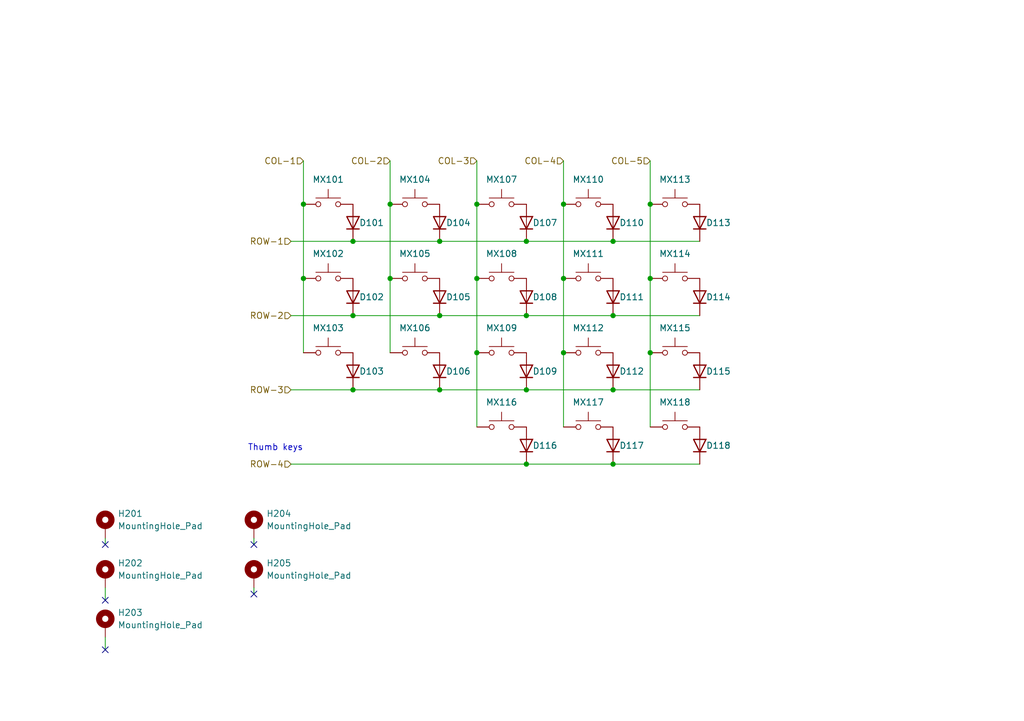
<source format=kicad_sch>
(kicad_sch (version 20211123) (generator eeschema)
  (paper "A5")
  (title_block (title "36") (date "2022-11-17") (rev "1.0"))
  (lib_symbols
    (symbol "Diode:1N4148W" (pin_numbers hide) (pin_names hide)
      (property "Reference" "D" (at 0 2.54 0))
      (property "Value" "1N4148W" (at 0 -2.54 0))
      (symbol "1N4148W_0_1"
        (polyline (pts (xy -1.27 1.27) (xy -1.27 -1.27)) (stroke (width 0.254)))
        (polyline (pts (xy 1.27 0) (xy -1.27 0)))
        (polyline (pts (xy 1.27 1.27) (xy 1.27 -1.27) (xy -1.27 0) (xy 1.27 1.27)) (stroke (width 0.254)))
      )
      (symbol "1N4148W_1_1"
        (pin passive line (at -3.81 0 0) (length 2.54) (name "K") (number "1"))
        (pin passive line (at 3.81 0 180) (length 2.54) (name "A") (number "2"))
      )
    )
    (symbol "Mechanical:MountingHole_Pad" (pin_numbers hide) (pin_names (offset 1.016) hide)
      (property "Reference" "H" (at 0 6.35 0))
      (property "Value" "MountingHole_Pad" (at 0 4.445 0))
      (symbol "MountingHole_Pad_0_1"
        (circle (center 0 1.27) (radius 1.27) (stroke (width 1.27)))
      )
      (symbol "MountingHole_Pad_1_1"
        (pin input line (at 0 -2.54 90) (length 2.54) (name "1") (number "1"))
      )
    )
    (symbol "Switch:SW_Push" (pin_numbers hide) (pin_names (offset 1.016) hide)
      (property "Reference" "SW" (at 1.27 2.54 0))
      (property "Value" "SW_Push" (at 0 -1.524 0))
      (symbol "SW_Push_0_1"
        (circle (center -2.032 0) (radius 0.508))
        (polyline (pts (xy 0 1.27) (xy 0 3.048)))
        (polyline (pts (xy 2.54 1.27) (xy -2.54 1.27)))
        (circle (center 2.032 0) (radius 0.508))
        (pin passive line (at -5.08 0 0) (length 2.54) (name "1") (number "1"))
        (pin passive line (at 5.08 0 180) (length 2.54) (name "2") (number "2"))
      )
    )
  )
  (junction (at 90.17 64.77))
  (junction (at 133.35 72.39))
  (junction (at 97.79 41.91))
  (junction (at 72.39 64.77))
  (junction (at 72.39 80.01))
  (junction (at 133.35 41.91))
  (junction (at 133.35 57.15))
  (junction (at 80.01 57.15))
  (junction (at 115.57 72.39))
  (junction (at 80.01 41.91))
  (junction (at 90.17 49.53))
  (junction (at 107.95 95.25))
  (junction (at 107.95 49.53))
  (junction (at 125.73 49.53))
  (junction (at 125.73 95.25))
  (junction (at 97.79 57.15))
  (junction (at 62.23 41.91))
  (junction (at 115.57 41.91))
  (junction (at 107.95 64.77))
  (junction (at 125.73 80.01))
  (junction (at 97.79 72.39))
  (junction (at 115.57 57.15))
  (junction (at 90.17 80.01))
  (junction (at 125.73 64.77))
  (junction (at 62.23 57.15))
  (junction (at 107.95 80.01))
  (junction (at 72.39 49.53))
  (no_connect (at 21.59 123.19))
  (no_connect (at 21.59 133.35))
  (no_connect (at 52.07 111.76))
  (no_connect (at 52.07 121.92))
  (no_connect (at 21.59 111.76))
  (wire (pts (xy 80.01 41.91) (xy 80.01 57.15)))
  (wire (pts (xy 62.23 41.91) (xy 62.23 57.15)))
  (wire (pts (xy 52.07 110.49) (xy 52.07 111.76)))
  (wire (pts (xy 72.39 80.01) (xy 90.17 80.01)))
  (wire (pts (xy 21.59 130.81) (xy 21.59 133.35)))
  (wire (pts (xy 125.73 95.25) (xy 143.51 95.25)))
  (wire (pts (xy 133.35 72.39) (xy 133.35 87.63)))
  (wire (pts (xy 133.35 57.15) (xy 133.35 72.39)))
  (wire (pts (xy 62.23 57.15) (xy 62.23 72.39)))
  (wire (pts (xy 59.69 80.01) (xy 72.39 80.01)))
  (wire (pts (xy 133.35 41.91) (xy 133.35 57.15)))
  (wire (pts (xy 72.39 49.53) (xy 90.17 49.53)))
  (wire (pts (xy 107.95 64.77) (xy 125.73 64.77)))
  (wire (pts (xy 90.17 49.53) (xy 107.95 49.53)))
  (wire (pts (xy 59.69 95.25) (xy 107.95 95.25)))
  (wire (pts (xy 21.59 120.65) (xy 21.59 123.19)))
  (wire (pts (xy 97.79 33.02) (xy 97.79 41.91)))
  (wire (pts (xy 133.35 33.02) (xy 133.35 41.91)))
  (wire (pts (xy 90.17 80.01) (xy 107.95 80.01)))
  (wire (pts (xy 107.95 95.25) (xy 125.73 95.25)))
  (wire (pts (xy 97.79 72.39) (xy 97.79 87.63)))
  (wire (pts (xy 52.07 120.65) (xy 52.07 121.92)))
  (wire (pts (xy 115.57 72.39) (xy 115.57 87.63)))
  (wire (pts (xy 21.59 111.76) (xy 21.59 110.49)))
  (wire (pts (xy 125.73 80.01) (xy 143.51 80.01)))
  (wire (pts (xy 107.95 49.53) (xy 125.73 49.53)))
  (wire (pts (xy 115.57 33.02) (xy 115.57 41.91)))
  (wire (pts (xy 62.23 33.02) (xy 62.23 41.91)))
  (wire (pts (xy 72.39 64.77) (xy 90.17 64.77)))
  (wire (pts (xy 97.79 57.15) (xy 97.79 72.39)))
  (wire (pts (xy 97.79 41.91) (xy 97.79 57.15)))
  (wire (pts (xy 107.95 80.01) (xy 125.73 80.01)))
  (wire (pts (xy 80.01 57.15) (xy 80.01 72.39)))
  (wire (pts (xy 90.17 64.77) (xy 107.95 64.77)))
  (wire (pts (xy 80.01 33.02) (xy 80.01 41.91)))
  (wire (pts (xy 59.69 64.77) (xy 72.39 64.77)))
  (wire (pts (xy 125.73 64.77) (xy 143.51 64.77)))
  (wire (pts (xy 115.57 57.15) (xy 115.57 72.39)))
  (wire (pts (xy 59.69 49.53) (xy 72.39 49.53)))
  (wire (pts (xy 115.57 41.91) (xy 115.57 57.15)))
  (wire (pts (xy 125.73 49.53) (xy 143.51 49.53)))
  (text "Thumb keys\n" (at 50.8 92.71 0) (effects (font (size 1.27 1.27)) (justify left bottom)))
  (hierarchical_label "ROW-2" (shape input) (at 59.69 64.77 180))
  (hierarchical_label "COL-5" (shape input) (at 133.35 33.02 180))
  (hierarchical_label "COL-1" (shape input) (at 62.23 33.02 180))
  (hierarchical_label "ROW-3" (shape input) (at 59.69 80.01 180))
  (hierarchical_label "COL-3" (shape input) (at 97.79 33.02 180))
  (hierarchical_label "COL-2" (shape input) (at 80.01 33.02 180))
  (hierarchical_label "COL-4" (shape input) (at 115.57 33.02 180))
  (hierarchical_label "ROW-1" (shape input) (at 59.69 49.53 180))
  (hierarchical_label "ROW-4" (shape input) (at 59.69 95.25 180))
  (symbol (lib_id "Diode:1N4148W") (at 143.51 60.96 270) (mirror x) (unit 1)
    (property "Reference" "D114" (at 144.78 60.96 90) (effects (justify left)))
    (property "Value" "DIODE" (effects hide))
    (property "Footprint" "Diode_SMD:D_SOD-123" (effects hide))
    (property "Datasheet" "https://www.vishay.com/docs/85748/1n4148w.pdf" (effects hide))
    (property "Spice_Netlist_Enabled" "Y" (effects hide))
    (property "Spice_Primitive" "D" (effects hide))
  )
  (symbol (lib_id "Diode:1N4148W") (at 90.17 45.72 270) (mirror x) (unit 1)
    (property "Reference" "D104" (at 91.44 45.72 90) (effects (justify left)))
    (property "Value" "DIODE" (effects hide))
    (property "Footprint" "Diode_SMD:D_SOD-123" (effects hide))
    (property "Datasheet" "https://www.vishay.com/docs/85748/1n4148w.pdf" (effects hide))
    (property "Spice_Netlist_Enabled" "Y" (effects hide))
    (property "Spice_Primitive" "D" (effects hide))
  )
  (symbol (lib_id "Mechanical:MountingHole_Pad") (at 21.59 128.27 0) (unit 1)
    (property "Reference" "H203" (at 24.13 125.7299 0) (effects (justify left)))
    (property "Value" "MountingHole_Pad" (at 24.13 128.2699 0) (effects (justify left)))
    (property "Footprint" "Footprints:M2_HOLE_v3" (effects hide))
  )
  (symbol (lib_id "Switch:SW_Push") (at 102.87 87.63 0) (unit 1)
    (property "Reference" "MX116" (at 102.87 82.55 0))
    (property "Value" "SW_Push" (effects hide))
    (property "Footprint" "Footprints:CherryMX_Choc_Hotswap" (effects hide))
  )
  (symbol (lib_id "Mechanical:MountingHole_Pad") (at 21.59 118.11 0) (unit 1)
    (property "Reference" "H202" (at 24.13 115.5699 0) (effects (justify left)))
    (property "Value" "MountingHole_Pad" (at 24.13 118.1099 0) (effects (justify left)))
    (property "Footprint" "Footprints:M2_HOLE_v3" (effects hide))
  )
  (symbol (lib_id "Diode:1N4148W") (at 125.73 60.96 270) (mirror x) (unit 1)
    (property "Reference" "D111" (at 127 60.96 90) (effects (justify left)))
    (property "Value" "DIODE" (effects hide))
    (property "Footprint" "Diode_SMD:D_SOD-123" (effects hide))
    (property "Datasheet" "https://www.vishay.com/docs/85748/1n4148w.pdf" (effects hide))
    (property "Spice_Netlist_Enabled" "Y" (effects hide))
    (property "Spice_Primitive" "D" (effects hide))
  )
  (symbol (lib_id "Switch:SW_Push") (at 67.31 57.15 0) (unit 1)
    (property "Reference" "MX102" (at 67.31 52.07 0))
    (property "Value" "SW_Push" (effects hide))
    (property "Footprint" "Footprints:CherryMX_Choc_Hotswap" (effects hide))
  )
  (symbol (lib_id "Diode:1N4148W") (at 125.73 91.44 270) (mirror x) (unit 1)
    (property "Reference" "D117" (at 127 91.44 90) (effects (justify left)))
    (property "Value" "DIODE" (effects hide))
    (property "Footprint" "Diode_SMD:D_SOD-123" (effects hide))
    (property "Datasheet" "https://www.vishay.com/docs/85748/1n4148w.pdf" (effects hide))
    (property "Spice_Netlist_Enabled" "Y" (effects hide))
    (property "Spice_Primitive" "D" (effects hide))
  )
  (symbol (lib_id "Switch:SW_Push") (at 138.43 87.63 0) (unit 1)
    (property "Reference" "MX118" (at 138.43 82.55 0))
    (property "Value" "SW_Push" (effects hide))
    (property "Footprint" "Footprints:CherryMX_Choc_Hotswap" (effects hide))
  )
  (symbol (lib_id "Switch:SW_Push") (at 102.87 57.15 0) (unit 1)
    (property "Reference" "MX108" (at 102.87 52.07 0))
    (property "Value" "SW_Push" (effects hide))
    (property "Footprint" "Footprints:CherryMX_Choc_Hotswap" (effects hide))
  )
  (symbol (lib_id "Diode:1N4148W") (at 107.95 91.44 270) (mirror x) (unit 1)
    (property "Reference" "D116" (at 109.22 91.44 90) (effects (justify left)))
    (property "Value" "DIODE" (effects hide))
    (property "Footprint" "Diode_SMD:D_SOD-123" (effects hide))
    (property "Datasheet" "https://www.vishay.com/docs/85748/1n4148w.pdf" (effects hide))
    (property "Spice_Netlist_Enabled" "Y" (effects hide))
    (property "Spice_Primitive" "D" (effects hide))
  )
  (symbol (lib_id "Diode:1N4148W") (at 72.39 45.72 270) (mirror x) (unit 1)
    (property "Reference" "D101" (at 73.66 45.72 90) (effects (justify left)))
    (property "Value" "DIODE" (effects hide))
    (property "Footprint" "Diode_SMD:D_SOD-123" (effects hide))
    (property "Datasheet" "https://www.vishay.com/docs/85748/1n4148w.pdf" (effects hide))
    (property "Spice_Netlist_Enabled" "Y" (effects hide))
    (property "Spice_Primitive" "D" (effects hide))
  )
  (symbol (lib_id "Mechanical:MountingHole_Pad") (at 52.07 118.11 0) (unit 1)
    (property "Reference" "H205" (at 54.61 115.5699 0) (effects (justify left)))
    (property "Value" "MountingHole_Pad" (at 54.61 118.1099 0) (effects (justify left)))
    (property "Footprint" "Footprints:M2_HOLE_v3" (effects hide))
  )
  (symbol (lib_id "Diode:1N4148W") (at 90.17 76.2 90) (unit 1)
    (property "Reference" "D106" (at 91.44 76.2 90) (effects (justify right)))
    (property "Value" "DIODE" (effects hide))
    (property "Footprint" "Diode_SMD:D_SOD-123" (effects hide))
    (property "Datasheet" "https://www.vishay.com/docs/85748/1n4148w.pdf" (effects hide))
    (property "Spice_Netlist_Enabled" "Y" (effects hide))
    (property "Spice_Primitive" "D" (effects hide))
  )
  (symbol (lib_id "Switch:SW_Push") (at 102.87 41.91 0) (unit 1)
    (property "Reference" "MX107" (at 102.87 36.83 0))
    (property "Value" "SW_Push" (effects hide))
    (property "Footprint" "Footprints:CherryMX_Choc_Hotswap" (effects hide))
  )
  (symbol (lib_id "Switch:SW_Push") (at 67.31 41.91 0) (unit 1)
    (property "Reference" "MX101" (at 67.31 36.83 0))
    (property "Value" "SW_Push" (effects hide))
    (property "Footprint" "Footprints:CherryMX_Choc_Hotswap" (effects hide))
  )
  (symbol (lib_id "Switch:SW_Push") (at 120.65 41.91 0) (unit 1)
    (property "Reference" "MX110" (at 120.65 36.83 0))
    (property "Value" "SW_Push" (effects hide))
    (property "Footprint" "Footprints:CherryMX_Choc_Hotswap" (effects hide))
  )
  (symbol (lib_id "Diode:1N4148W") (at 72.39 60.96 270) (mirror x) (unit 1)
    (property "Reference" "D102" (at 73.66 60.96 90) (effects (justify left)))
    (property "Value" "DIODE" (effects hide))
    (property "Footprint" "Diode_SMD:D_SOD-123" (effects hide))
    (property "Datasheet" "https://www.vishay.com/docs/85748/1n4148w.pdf" (effects hide))
    (property "Spice_Netlist_Enabled" "Y" (effects hide))
    (property "Spice_Primitive" "D" (effects hide))
  )
  (symbol (lib_id "Mechanical:MountingHole_Pad") (at 52.07 107.95 0) (unit 1)
    (property "Reference" "H204" (at 54.61 105.4099 0) (effects (justify left)))
    (property "Value" "MountingHole_Pad" (at 54.61 107.9499 0) (effects (justify left)))
    (property "Footprint" "Footprints:M2_HOLE_v3" (effects hide))
  )
  (symbol (lib_id "Diode:1N4148W") (at 107.95 60.96 270) (mirror x) (unit 1)
    (property "Reference" "D108" (at 109.22 60.96 90) (effects (justify left)))
    (property "Value" "DIODE" (effects hide))
    (property "Footprint" "Diode_SMD:D_SOD-123" (effects hide))
    (property "Datasheet" "https://www.vishay.com/docs/85748/1n4148w.pdf" (effects hide))
    (property "Spice_Netlist_Enabled" "Y" (effects hide))
    (property "Spice_Primitive" "D" (effects hide))
  )
  (symbol (lib_id "Mechanical:MountingHole_Pad") (at 21.59 107.95 0) (unit 1)
    (property "Reference" "H201" (at 24.13 105.4099 0) (effects (justify left)))
    (property "Value" "MountingHole_Pad" (at 24.13 107.9499 0) (effects (justify left)))
    (property "Footprint" "Footprints:M2_HOLE_v3" (effects hide))
  )
  (symbol (lib_id "Diode:1N4148W") (at 72.39 76.2 270) (mirror x) (unit 1)
    (property "Reference" "D103" (at 73.66 76.2 90) (effects (justify left)))
    (property "Value" "DIODE" (effects hide))
    (property "Footprint" "Diode_SMD:D_SOD-123" (effects hide))
    (property "Datasheet" "https://www.vishay.com/docs/85748/1n4148w.pdf" (effects hide))
    (property "Spice_Netlist_Enabled" "Y" (effects hide))
    (property "Spice_Primitive" "D" (effects hide))
  )
  (symbol (lib_id "Switch:SW_Push") (at 67.31 72.39 0) (unit 1)
    (property "Reference" "MX103" (at 67.31 67.31 0))
    (property "Value" "SW_Push" (effects hide))
    (property "Footprint" "Footprints:CherryMX_Choc_Hotswap" (effects hide))
  )
  (symbol (lib_id "Diode:1N4148W") (at 107.95 76.2 270) (mirror x) (unit 1)
    (property "Reference" "D109" (at 109.22 76.2 90) (effects (justify left)))
    (property "Value" "DIODE" (effects hide))
    (property "Footprint" "Diode_SMD:D_SOD-123" (effects hide))
    (property "Datasheet" "https://www.vishay.com/docs/85748/1n4148w.pdf" (effects hide))
    (property "Spice_Netlist_Enabled" "Y" (effects hide))
    (property "Spice_Primitive" "D" (effects hide))
  )
  (symbol (lib_id "Switch:SW_Push") (at 120.65 57.15 0) (unit 1)
    (property "Reference" "MX111" (at 120.65 52.07 0))
    (property "Value" "SW_Push" (effects hide))
    (property "Footprint" "Footprints:CherryMX_Choc_Hotswap" (effects hide))
  )
  (symbol (lib_id "Diode:1N4148W") (at 107.95 45.72 270) (mirror x) (unit 1)
    (property "Reference" "D107" (at 109.22 45.72 90) (effects (justify left)))
    (property "Value" "DIODE" (effects hide))
    (property "Footprint" "Diode_SMD:D_SOD-123" (effects hide))
    (property "Datasheet" "https://www.vishay.com/docs/85748/1n4148w.pdf" (effects hide))
    (property "Spice_Netlist_Enabled" "Y" (effects hide))
    (property "Spice_Primitive" "D" (effects hide))
  )
  (symbol (lib_id "Diode:1N4148W") (at 143.51 76.2 270) (mirror x) (unit 1)
    (property "Reference" "D115" (at 144.78 76.2 90) (effects (justify left)))
    (property "Value" "DIODE" (effects hide))
    (property "Footprint" "Diode_SMD:D_SOD-123" (effects hide))
    (property "Datasheet" "https://www.vishay.com/docs/85748/1n4148w.pdf" (effects hide))
    (property "Spice_Netlist_Enabled" "Y" (effects hide))
    (property "Spice_Primitive" "D" (effects hide))
  )
  (symbol (lib_id "Switch:SW_Push") (at 85.09 41.91 0) (unit 1)
    (property "Reference" "MX104" (at 85.09 36.83 0))
    (property "Value" "SW_Push" (effects hide))
    (property "Footprint" "Footprints:CherryMX_Choc_Hotswap" (effects hide))
  )
  (symbol (lib_id "Switch:SW_Push") (at 102.87 72.39 0) (unit 1)
    (property "Reference" "MX109" (at 102.87 67.31 0))
    (property "Value" "SW_Push" (effects hide))
    (property "Footprint" "Footprints:CherryMX_Choc_Hotswap" (effects hide))
  )
  (symbol (lib_id "Diode:1N4148W") (at 143.51 45.72 270) (mirror x) (unit 1)
    (property "Reference" "D113" (at 144.78 45.72 90) (effects (justify left)))
    (property "Value" "DIODE" (effects hide))
    (property "Footprint" "Diode_SMD:D_SOD-123" (effects hide))
    (property "Datasheet" "https://www.vishay.com/docs/85748/1n4148w.pdf" (effects hide))
    (property "Spice_Netlist_Enabled" "Y" (effects hide))
    (property "Spice_Primitive" "D" (effects hide))
  )
  (symbol (lib_id "Diode:1N4148W") (at 125.73 76.2 270) (mirror x) (unit 1)
    (property "Reference" "D112" (at 127 76.2 90) (effects (justify left)))
    (property "Value" "DIODE" (effects hide))
    (property "Footprint" "Diode_SMD:D_SOD-123" (effects hide))
    (property "Datasheet" "https://www.vishay.com/docs/85748/1n4148w.pdf" (effects hide))
    (property "Spice_Netlist_Enabled" "Y" (effects hide))
    (property "Spice_Primitive" "D" (effects hide))
  )
  (symbol (lib_id "Diode:1N4148W") (at 90.17 60.96 270) (mirror x) (unit 1)
    (property "Reference" "D105" (at 91.44 60.96 90) (effects (justify left)))
    (property "Value" "DIODE" (effects hide))
    (property "Footprint" "Diode_SMD:D_SOD-123" (effects hide))
    (property "Datasheet" "https://www.vishay.com/docs/85748/1n4148w.pdf" (effects hide))
    (property "Spice_Netlist_Enabled" "Y" (effects hide))
    (property "Spice_Primitive" "D" (effects hide))
  )
  (symbol (lib_id "Switch:SW_Push") (at 138.43 72.39 0) (unit 1)
    (property "Reference" "MX115" (at 138.43 67.31 0))
    (property "Value" "SW_Push" (effects hide))
    (property "Footprint" "Footprints:CherryMX_Choc_Hotswap" (effects hide))
  )
  (symbol (lib_id "Switch:SW_Push") (at 138.43 57.15 0) (unit 1)
    (property "Reference" "MX114" (at 138.43 52.07 0))
    (property "Value" "SW_Push" (effects hide))
    (property "Footprint" "Footprints:CherryMX_Choc_Hotswap" (effects hide))
  )
  (symbol (lib_id "Switch:SW_Push") (at 138.43 41.91 0) (unit 1)
    (property "Reference" "MX113" (at 138.43 36.83 0))
    (property "Value" "SW_Push" (effects hide))
    (property "Footprint" "Footprints:CherryMX_Choc_Hotswap" (effects hide))
  )
  (symbol (lib_id "Diode:1N4148W") (at 125.73 45.72 270) (mirror x) (unit 1)
    (property "Reference" "D110" (at 127 45.72 90) (effects (justify left)))
    (property "Value" "DIODE" (effects hide))
    (property "Footprint" "Diode_SMD:D_SOD-123" (effects hide))
    (property "Datasheet" "https://www.vishay.com/docs/85748/1n4148w.pdf" (effects hide))
    (property "Spice_Netlist_Enabled" "Y" (effects hide))
    (property "Spice_Primitive" "D" (effects hide))
  )
  (symbol (lib_id "Switch:SW_Push") (at 85.09 72.39 0) (unit 1)
    (property "Reference" "MX106" (at 85.09 67.31 0))
    (property "Value" "SW_Push" (effects hide))
    (property "Footprint" "Footprints:CherryMX_Choc_Hotswap" (effects hide))
  )
  (symbol (lib_id "Switch:SW_Push") (at 85.09 57.15 0) (unit 1)
    (property "Reference" "MX105" (at 85.09 52.07 0))
    (property "Value" "SW_Push" (effects hide))
    (property "Footprint" "Footprints:CherryMX_Choc_Hotswap" (effects hide))
  )
  (symbol (lib_id "Diode:1N4148W") (at 143.51 91.44 270) (mirror x) (unit 1)
    (property "Reference" "D118" (at 144.78 91.44 90) (effects (justify left)))
    (property "Value" "DIODE" (effects hide))
    (property "Footprint" "Diode_SMD:D_SOD-123" (effects hide))
    (property "Datasheet" "https://www.vishay.com/docs/85748/1n4148w.pdf" (effects hide))
    (property "Spice_Netlist_Enabled" "Y" (effects hide))
    (property "Spice_Primitive" "D" (effects hide))
  )
  (symbol (lib_id "Switch:SW_Push") (at 120.65 72.39 0) (unit 1)
    (property "Reference" "MX112" (at 120.65 67.31 0))
    (property "Value" "SW_Push" (effects hide))
    (property "Footprint" "Footprints:CherryMX_Choc_Hotswap" (effects hide))
  )
  (symbol (lib_id "Switch:SW_Push") (at 120.65 87.63 0) (unit 1)
    (property "Reference" "MX117" (at 120.65 82.55 0))
    (property "Value" "SW_Push" (effects hide))
    (property "Footprint" "Footprints:CherryMX_Choc_Hotswap" (effects hide))
  )
)
</source>
